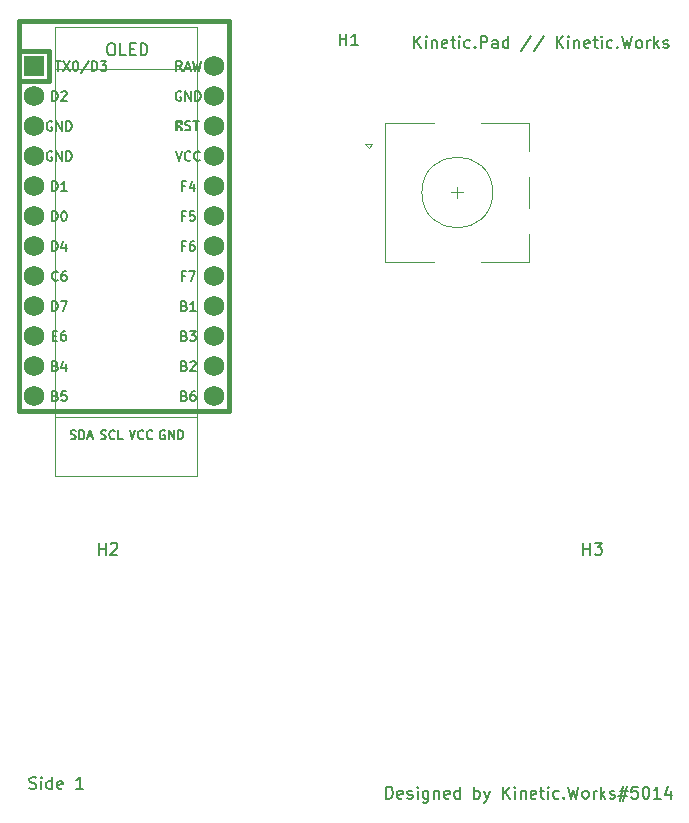
<source format=gbr>
%TF.GenerationSoftware,KiCad,Pcbnew,(6.0.0-rc1-291-g863699f2d1)*%
%TF.CreationDate,2021-12-02T17:31:09-06:00*%
%TF.ProjectId,Kinetic.Pad,4b696e65-7469-4632-9e50-61642e6b6963,rev?*%
%TF.SameCoordinates,Original*%
%TF.FileFunction,Legend,Top*%
%TF.FilePolarity,Positive*%
%FSLAX46Y46*%
G04 Gerber Fmt 4.6, Leading zero omitted, Abs format (unit mm)*
G04 Created by KiCad (PCBNEW (6.0.0-rc1-291-g863699f2d1)) date 2021-12-02 17:31:09*
%MOMM*%
%LPD*%
G01*
G04 APERTURE LIST*
%ADD10C,0.150000*%
%ADD11C,0.120000*%
%ADD12C,0.040000*%
%ADD13C,0.381000*%
%ADD14R,1.752600X1.752600*%
%ADD15C,1.752600*%
G04 APERTURE END LIST*
D10*
X210463095Y-83589761D02*
X210605952Y-83637380D01*
X210844047Y-83637380D01*
X210939285Y-83589761D01*
X210986904Y-83542142D01*
X211034523Y-83446904D01*
X211034523Y-83351666D01*
X210986904Y-83256428D01*
X210939285Y-83208809D01*
X210844047Y-83161190D01*
X210653571Y-83113571D01*
X210558333Y-83065952D01*
X210510714Y-83018333D01*
X210463095Y-82923095D01*
X210463095Y-82827857D01*
X210510714Y-82732619D01*
X210558333Y-82685000D01*
X210653571Y-82637380D01*
X210891666Y-82637380D01*
X211034523Y-82685000D01*
X211463095Y-83637380D02*
X211463095Y-82970714D01*
X211463095Y-82637380D02*
X211415476Y-82685000D01*
X211463095Y-82732619D01*
X211510714Y-82685000D01*
X211463095Y-82637380D01*
X211463095Y-82732619D01*
X212367857Y-83637380D02*
X212367857Y-82637380D01*
X212367857Y-83589761D02*
X212272619Y-83637380D01*
X212082142Y-83637380D01*
X211986904Y-83589761D01*
X211939285Y-83542142D01*
X211891666Y-83446904D01*
X211891666Y-83161190D01*
X211939285Y-83065952D01*
X211986904Y-83018333D01*
X212082142Y-82970714D01*
X212272619Y-82970714D01*
X212367857Y-83018333D01*
X213225000Y-83589761D02*
X213129761Y-83637380D01*
X212939285Y-83637380D01*
X212844047Y-83589761D01*
X212796428Y-83494523D01*
X212796428Y-83113571D01*
X212844047Y-83018333D01*
X212939285Y-82970714D01*
X213129761Y-82970714D01*
X213225000Y-83018333D01*
X213272619Y-83113571D01*
X213272619Y-83208809D01*
X212796428Y-83304047D01*
X214986904Y-83637380D02*
X214415476Y-83637380D01*
X214701190Y-83637380D02*
X214701190Y-82637380D01*
X214605952Y-82780238D01*
X214510714Y-82875476D01*
X214415476Y-82923095D01*
X240658571Y-84462880D02*
X240658571Y-83462880D01*
X240896666Y-83462880D01*
X241039523Y-83510500D01*
X241134761Y-83605738D01*
X241182380Y-83700976D01*
X241230000Y-83891452D01*
X241230000Y-84034309D01*
X241182380Y-84224785D01*
X241134761Y-84320023D01*
X241039523Y-84415261D01*
X240896666Y-84462880D01*
X240658571Y-84462880D01*
X242039523Y-84415261D02*
X241944285Y-84462880D01*
X241753809Y-84462880D01*
X241658571Y-84415261D01*
X241610952Y-84320023D01*
X241610952Y-83939071D01*
X241658571Y-83843833D01*
X241753809Y-83796214D01*
X241944285Y-83796214D01*
X242039523Y-83843833D01*
X242087142Y-83939071D01*
X242087142Y-84034309D01*
X241610952Y-84129547D01*
X242468095Y-84415261D02*
X242563333Y-84462880D01*
X242753809Y-84462880D01*
X242849047Y-84415261D01*
X242896666Y-84320023D01*
X242896666Y-84272404D01*
X242849047Y-84177166D01*
X242753809Y-84129547D01*
X242610952Y-84129547D01*
X242515714Y-84081928D01*
X242468095Y-83986690D01*
X242468095Y-83939071D01*
X242515714Y-83843833D01*
X242610952Y-83796214D01*
X242753809Y-83796214D01*
X242849047Y-83843833D01*
X243325238Y-84462880D02*
X243325238Y-83796214D01*
X243325238Y-83462880D02*
X243277619Y-83510500D01*
X243325238Y-83558119D01*
X243372857Y-83510500D01*
X243325238Y-83462880D01*
X243325238Y-83558119D01*
X244230000Y-83796214D02*
X244230000Y-84605738D01*
X244182380Y-84700976D01*
X244134761Y-84748595D01*
X244039523Y-84796214D01*
X243896666Y-84796214D01*
X243801428Y-84748595D01*
X244230000Y-84415261D02*
X244134761Y-84462880D01*
X243944285Y-84462880D01*
X243849047Y-84415261D01*
X243801428Y-84367642D01*
X243753809Y-84272404D01*
X243753809Y-83986690D01*
X243801428Y-83891452D01*
X243849047Y-83843833D01*
X243944285Y-83796214D01*
X244134761Y-83796214D01*
X244230000Y-83843833D01*
X244706190Y-83796214D02*
X244706190Y-84462880D01*
X244706190Y-83891452D02*
X244753809Y-83843833D01*
X244849047Y-83796214D01*
X244991904Y-83796214D01*
X245087142Y-83843833D01*
X245134761Y-83939071D01*
X245134761Y-84462880D01*
X245991904Y-84415261D02*
X245896666Y-84462880D01*
X245706190Y-84462880D01*
X245610952Y-84415261D01*
X245563333Y-84320023D01*
X245563333Y-83939071D01*
X245610952Y-83843833D01*
X245706190Y-83796214D01*
X245896666Y-83796214D01*
X245991904Y-83843833D01*
X246039523Y-83939071D01*
X246039523Y-84034309D01*
X245563333Y-84129547D01*
X246896666Y-84462880D02*
X246896666Y-83462880D01*
X246896666Y-84415261D02*
X246801428Y-84462880D01*
X246610952Y-84462880D01*
X246515714Y-84415261D01*
X246468095Y-84367642D01*
X246420476Y-84272404D01*
X246420476Y-83986690D01*
X246468095Y-83891452D01*
X246515714Y-83843833D01*
X246610952Y-83796214D01*
X246801428Y-83796214D01*
X246896666Y-83843833D01*
X248134761Y-84462880D02*
X248134761Y-83462880D01*
X248134761Y-83843833D02*
X248230000Y-83796214D01*
X248420476Y-83796214D01*
X248515714Y-83843833D01*
X248563333Y-83891452D01*
X248610952Y-83986690D01*
X248610952Y-84272404D01*
X248563333Y-84367642D01*
X248515714Y-84415261D01*
X248420476Y-84462880D01*
X248230000Y-84462880D01*
X248134761Y-84415261D01*
X248944285Y-83796214D02*
X249182380Y-84462880D01*
X249420476Y-83796214D02*
X249182380Y-84462880D01*
X249087142Y-84700976D01*
X249039523Y-84748595D01*
X248944285Y-84796214D01*
X250563333Y-84462880D02*
X250563333Y-83462880D01*
X251134761Y-84462880D02*
X250706190Y-83891452D01*
X251134761Y-83462880D02*
X250563333Y-84034309D01*
X251563333Y-84462880D02*
X251563333Y-83796214D01*
X251563333Y-83462880D02*
X251515714Y-83510500D01*
X251563333Y-83558119D01*
X251610952Y-83510500D01*
X251563333Y-83462880D01*
X251563333Y-83558119D01*
X252039523Y-83796214D02*
X252039523Y-84462880D01*
X252039523Y-83891452D02*
X252087142Y-83843833D01*
X252182380Y-83796214D01*
X252325238Y-83796214D01*
X252420476Y-83843833D01*
X252468095Y-83939071D01*
X252468095Y-84462880D01*
X253325238Y-84415261D02*
X253230000Y-84462880D01*
X253039523Y-84462880D01*
X252944285Y-84415261D01*
X252896666Y-84320023D01*
X252896666Y-83939071D01*
X252944285Y-83843833D01*
X253039523Y-83796214D01*
X253230000Y-83796214D01*
X253325238Y-83843833D01*
X253372857Y-83939071D01*
X253372857Y-84034309D01*
X252896666Y-84129547D01*
X253658571Y-83796214D02*
X254039523Y-83796214D01*
X253801428Y-83462880D02*
X253801428Y-84320023D01*
X253849047Y-84415261D01*
X253944285Y-84462880D01*
X254039523Y-84462880D01*
X254372857Y-84462880D02*
X254372857Y-83796214D01*
X254372857Y-83462880D02*
X254325238Y-83510500D01*
X254372857Y-83558119D01*
X254420476Y-83510500D01*
X254372857Y-83462880D01*
X254372857Y-83558119D01*
X255277619Y-84415261D02*
X255182380Y-84462880D01*
X254991904Y-84462880D01*
X254896666Y-84415261D01*
X254849047Y-84367642D01*
X254801428Y-84272404D01*
X254801428Y-83986690D01*
X254849047Y-83891452D01*
X254896666Y-83843833D01*
X254991904Y-83796214D01*
X255182380Y-83796214D01*
X255277619Y-83843833D01*
X255706190Y-84367642D02*
X255753809Y-84415261D01*
X255706190Y-84462880D01*
X255658571Y-84415261D01*
X255706190Y-84367642D01*
X255706190Y-84462880D01*
X256087142Y-83462880D02*
X256325238Y-84462880D01*
X256515714Y-83748595D01*
X256706190Y-84462880D01*
X256944285Y-83462880D01*
X257468095Y-84462880D02*
X257372857Y-84415261D01*
X257325238Y-84367642D01*
X257277619Y-84272404D01*
X257277619Y-83986690D01*
X257325238Y-83891452D01*
X257372857Y-83843833D01*
X257468095Y-83796214D01*
X257610952Y-83796214D01*
X257706190Y-83843833D01*
X257753809Y-83891452D01*
X257801428Y-83986690D01*
X257801428Y-84272404D01*
X257753809Y-84367642D01*
X257706190Y-84415261D01*
X257610952Y-84462880D01*
X257468095Y-84462880D01*
X258230000Y-84462880D02*
X258230000Y-83796214D01*
X258230000Y-83986690D02*
X258277619Y-83891452D01*
X258325238Y-83843833D01*
X258420476Y-83796214D01*
X258515714Y-83796214D01*
X258849047Y-84462880D02*
X258849047Y-83462880D01*
X258944285Y-84081928D02*
X259230000Y-84462880D01*
X259230000Y-83796214D02*
X258849047Y-84177166D01*
X259610952Y-84415261D02*
X259706190Y-84462880D01*
X259896666Y-84462880D01*
X259991904Y-84415261D01*
X260039523Y-84320023D01*
X260039523Y-84272404D01*
X259991904Y-84177166D01*
X259896666Y-84129547D01*
X259753809Y-84129547D01*
X259658571Y-84081928D01*
X259610952Y-83986690D01*
X259610952Y-83939071D01*
X259658571Y-83843833D01*
X259753809Y-83796214D01*
X259896666Y-83796214D01*
X259991904Y-83843833D01*
X260420476Y-83796214D02*
X261134761Y-83796214D01*
X260706190Y-83367642D02*
X260420476Y-84653357D01*
X261039523Y-84224785D02*
X260325238Y-84224785D01*
X260753809Y-84653357D02*
X261039523Y-83367642D01*
X261944285Y-83462880D02*
X261468095Y-83462880D01*
X261420476Y-83939071D01*
X261468095Y-83891452D01*
X261563333Y-83843833D01*
X261801428Y-83843833D01*
X261896666Y-83891452D01*
X261944285Y-83939071D01*
X261991904Y-84034309D01*
X261991904Y-84272404D01*
X261944285Y-84367642D01*
X261896666Y-84415261D01*
X261801428Y-84462880D01*
X261563333Y-84462880D01*
X261468095Y-84415261D01*
X261420476Y-84367642D01*
X262610952Y-83462880D02*
X262706190Y-83462880D01*
X262801428Y-83510500D01*
X262849047Y-83558119D01*
X262896666Y-83653357D01*
X262944285Y-83843833D01*
X262944285Y-84081928D01*
X262896666Y-84272404D01*
X262849047Y-84367642D01*
X262801428Y-84415261D01*
X262706190Y-84462880D01*
X262610952Y-84462880D01*
X262515714Y-84415261D01*
X262468095Y-84367642D01*
X262420476Y-84272404D01*
X262372857Y-84081928D01*
X262372857Y-83843833D01*
X262420476Y-83653357D01*
X262468095Y-83558119D01*
X262515714Y-83510500D01*
X262610952Y-83462880D01*
X263896666Y-84462880D02*
X263325238Y-84462880D01*
X263610952Y-84462880D02*
X263610952Y-83462880D01*
X263515714Y-83605738D01*
X263420476Y-83700976D01*
X263325238Y-83748595D01*
X264753809Y-83796214D02*
X264753809Y-84462880D01*
X264515714Y-83415261D02*
X264277619Y-84129547D01*
X264896666Y-84129547D01*
X243046714Y-20919880D02*
X243046714Y-19919880D01*
X243618142Y-20919880D02*
X243189571Y-20348452D01*
X243618142Y-19919880D02*
X243046714Y-20491309D01*
X244046714Y-20919880D02*
X244046714Y-20253214D01*
X244046714Y-19919880D02*
X243999095Y-19967500D01*
X244046714Y-20015119D01*
X244094333Y-19967500D01*
X244046714Y-19919880D01*
X244046714Y-20015119D01*
X244522904Y-20253214D02*
X244522904Y-20919880D01*
X244522904Y-20348452D02*
X244570523Y-20300833D01*
X244665761Y-20253214D01*
X244808619Y-20253214D01*
X244903857Y-20300833D01*
X244951476Y-20396071D01*
X244951476Y-20919880D01*
X245808619Y-20872261D02*
X245713380Y-20919880D01*
X245522904Y-20919880D01*
X245427666Y-20872261D01*
X245380047Y-20777023D01*
X245380047Y-20396071D01*
X245427666Y-20300833D01*
X245522904Y-20253214D01*
X245713380Y-20253214D01*
X245808619Y-20300833D01*
X245856238Y-20396071D01*
X245856238Y-20491309D01*
X245380047Y-20586547D01*
X246141952Y-20253214D02*
X246522904Y-20253214D01*
X246284809Y-19919880D02*
X246284809Y-20777023D01*
X246332428Y-20872261D01*
X246427666Y-20919880D01*
X246522904Y-20919880D01*
X246856238Y-20919880D02*
X246856238Y-20253214D01*
X246856238Y-19919880D02*
X246808619Y-19967500D01*
X246856238Y-20015119D01*
X246903857Y-19967500D01*
X246856238Y-19919880D01*
X246856238Y-20015119D01*
X247761000Y-20872261D02*
X247665761Y-20919880D01*
X247475285Y-20919880D01*
X247380047Y-20872261D01*
X247332428Y-20824642D01*
X247284809Y-20729404D01*
X247284809Y-20443690D01*
X247332428Y-20348452D01*
X247380047Y-20300833D01*
X247475285Y-20253214D01*
X247665761Y-20253214D01*
X247761000Y-20300833D01*
X248189571Y-20824642D02*
X248237190Y-20872261D01*
X248189571Y-20919880D01*
X248141952Y-20872261D01*
X248189571Y-20824642D01*
X248189571Y-20919880D01*
X248665761Y-20919880D02*
X248665761Y-19919880D01*
X249046714Y-19919880D01*
X249141952Y-19967500D01*
X249189571Y-20015119D01*
X249237190Y-20110357D01*
X249237190Y-20253214D01*
X249189571Y-20348452D01*
X249141952Y-20396071D01*
X249046714Y-20443690D01*
X248665761Y-20443690D01*
X250094333Y-20919880D02*
X250094333Y-20396071D01*
X250046714Y-20300833D01*
X249951476Y-20253214D01*
X249761000Y-20253214D01*
X249665761Y-20300833D01*
X250094333Y-20872261D02*
X249999095Y-20919880D01*
X249761000Y-20919880D01*
X249665761Y-20872261D01*
X249618142Y-20777023D01*
X249618142Y-20681785D01*
X249665761Y-20586547D01*
X249761000Y-20538928D01*
X249999095Y-20538928D01*
X250094333Y-20491309D01*
X250999095Y-20919880D02*
X250999095Y-19919880D01*
X250999095Y-20872261D02*
X250903857Y-20919880D01*
X250713380Y-20919880D01*
X250618142Y-20872261D01*
X250570523Y-20824642D01*
X250522904Y-20729404D01*
X250522904Y-20443690D01*
X250570523Y-20348452D01*
X250618142Y-20300833D01*
X250713380Y-20253214D01*
X250903857Y-20253214D01*
X250999095Y-20300833D01*
X252951476Y-19872261D02*
X252094333Y-21157976D01*
X253999095Y-19872261D02*
X253141952Y-21157976D01*
X255094333Y-20919880D02*
X255094333Y-19919880D01*
X255665761Y-20919880D02*
X255237190Y-20348452D01*
X255665761Y-19919880D02*
X255094333Y-20491309D01*
X256094333Y-20919880D02*
X256094333Y-20253214D01*
X256094333Y-19919880D02*
X256046714Y-19967500D01*
X256094333Y-20015119D01*
X256141952Y-19967500D01*
X256094333Y-19919880D01*
X256094333Y-20015119D01*
X256570523Y-20253214D02*
X256570523Y-20919880D01*
X256570523Y-20348452D02*
X256618142Y-20300833D01*
X256713380Y-20253214D01*
X256856238Y-20253214D01*
X256951476Y-20300833D01*
X256999095Y-20396071D01*
X256999095Y-20919880D01*
X257856238Y-20872261D02*
X257761000Y-20919880D01*
X257570523Y-20919880D01*
X257475285Y-20872261D01*
X257427666Y-20777023D01*
X257427666Y-20396071D01*
X257475285Y-20300833D01*
X257570523Y-20253214D01*
X257761000Y-20253214D01*
X257856238Y-20300833D01*
X257903857Y-20396071D01*
X257903857Y-20491309D01*
X257427666Y-20586547D01*
X258189571Y-20253214D02*
X258570523Y-20253214D01*
X258332428Y-19919880D02*
X258332428Y-20777023D01*
X258380047Y-20872261D01*
X258475285Y-20919880D01*
X258570523Y-20919880D01*
X258903857Y-20919880D02*
X258903857Y-20253214D01*
X258903857Y-19919880D02*
X258856238Y-19967500D01*
X258903857Y-20015119D01*
X258951476Y-19967500D01*
X258903857Y-19919880D01*
X258903857Y-20015119D01*
X259808619Y-20872261D02*
X259713380Y-20919880D01*
X259522904Y-20919880D01*
X259427666Y-20872261D01*
X259380047Y-20824642D01*
X259332428Y-20729404D01*
X259332428Y-20443690D01*
X259380047Y-20348452D01*
X259427666Y-20300833D01*
X259522904Y-20253214D01*
X259713380Y-20253214D01*
X259808619Y-20300833D01*
X260237190Y-20824642D02*
X260284809Y-20872261D01*
X260237190Y-20919880D01*
X260189571Y-20872261D01*
X260237190Y-20824642D01*
X260237190Y-20919880D01*
X260618142Y-19919880D02*
X260856238Y-20919880D01*
X261046714Y-20205595D01*
X261237190Y-20919880D01*
X261475285Y-19919880D01*
X261999095Y-20919880D02*
X261903857Y-20872261D01*
X261856238Y-20824642D01*
X261808619Y-20729404D01*
X261808619Y-20443690D01*
X261856238Y-20348452D01*
X261903857Y-20300833D01*
X261999095Y-20253214D01*
X262141952Y-20253214D01*
X262237190Y-20300833D01*
X262284809Y-20348452D01*
X262332428Y-20443690D01*
X262332428Y-20729404D01*
X262284809Y-20824642D01*
X262237190Y-20872261D01*
X262141952Y-20919880D01*
X261999095Y-20919880D01*
X262761000Y-20919880D02*
X262761000Y-20253214D01*
X262761000Y-20443690D02*
X262808619Y-20348452D01*
X262856238Y-20300833D01*
X262951476Y-20253214D01*
X263046714Y-20253214D01*
X263380047Y-20919880D02*
X263380047Y-19919880D01*
X263475285Y-20538928D02*
X263761000Y-20919880D01*
X263761000Y-20253214D02*
X263380047Y-20634166D01*
X264141952Y-20872261D02*
X264237190Y-20919880D01*
X264427666Y-20919880D01*
X264522904Y-20872261D01*
X264570523Y-20777023D01*
X264570523Y-20729404D01*
X264522904Y-20634166D01*
X264427666Y-20586547D01*
X264284809Y-20586547D01*
X264189571Y-20538928D01*
X264141952Y-20443690D01*
X264141952Y-20396071D01*
X264189571Y-20300833D01*
X264284809Y-20253214D01*
X264427666Y-20253214D01*
X264522904Y-20300833D01*
%TO.C,OLED*%
X217300619Y-20529380D02*
X217491095Y-20529380D01*
X217586333Y-20577000D01*
X217681571Y-20672238D01*
X217729190Y-20862714D01*
X217729190Y-21196047D01*
X217681571Y-21386523D01*
X217586333Y-21481761D01*
X217491095Y-21529380D01*
X217300619Y-21529380D01*
X217205380Y-21481761D01*
X217110142Y-21386523D01*
X217062523Y-21196047D01*
X217062523Y-20862714D01*
X217110142Y-20672238D01*
X217205380Y-20577000D01*
X217300619Y-20529380D01*
X218633952Y-21529380D02*
X218157761Y-21529380D01*
X218157761Y-20529380D01*
X218967285Y-21005571D02*
X219300619Y-21005571D01*
X219443476Y-21529380D02*
X218967285Y-21529380D01*
X218967285Y-20529380D01*
X219443476Y-20529380D01*
X219872047Y-21529380D02*
X219872047Y-20529380D01*
X220110142Y-20529380D01*
X220253000Y-20577000D01*
X220348238Y-20672238D01*
X220395857Y-20767476D01*
X220443476Y-20957952D01*
X220443476Y-21100809D01*
X220395857Y-21291285D01*
X220348238Y-21386523D01*
X220253000Y-21481761D01*
X220110142Y-21529380D01*
X219872047Y-21529380D01*
X218933000Y-53266285D02*
X219183000Y-54016285D01*
X219433000Y-53266285D01*
X220111571Y-53944857D02*
X220075857Y-53980571D01*
X219968714Y-54016285D01*
X219897285Y-54016285D01*
X219790142Y-53980571D01*
X219718714Y-53909142D01*
X219683000Y-53837714D01*
X219647285Y-53694857D01*
X219647285Y-53587714D01*
X219683000Y-53444857D01*
X219718714Y-53373428D01*
X219790142Y-53302000D01*
X219897285Y-53266285D01*
X219968714Y-53266285D01*
X220075857Y-53302000D01*
X220111571Y-53337714D01*
X220861571Y-53944857D02*
X220825857Y-53980571D01*
X220718714Y-54016285D01*
X220647285Y-54016285D01*
X220540142Y-53980571D01*
X220468714Y-53909142D01*
X220433000Y-53837714D01*
X220397285Y-53694857D01*
X220397285Y-53587714D01*
X220433000Y-53444857D01*
X220468714Y-53373428D01*
X220540142Y-53302000D01*
X220647285Y-53266285D01*
X220718714Y-53266285D01*
X220825857Y-53302000D01*
X220861571Y-53337714D01*
X216500142Y-53980571D02*
X216607285Y-54016285D01*
X216785857Y-54016285D01*
X216857285Y-53980571D01*
X216893000Y-53944857D01*
X216928714Y-53873428D01*
X216928714Y-53802000D01*
X216893000Y-53730571D01*
X216857285Y-53694857D01*
X216785857Y-53659142D01*
X216643000Y-53623428D01*
X216571571Y-53587714D01*
X216535857Y-53552000D01*
X216500142Y-53480571D01*
X216500142Y-53409142D01*
X216535857Y-53337714D01*
X216571571Y-53302000D01*
X216643000Y-53266285D01*
X216821571Y-53266285D01*
X216928714Y-53302000D01*
X217678714Y-53944857D02*
X217643000Y-53980571D01*
X217535857Y-54016285D01*
X217464428Y-54016285D01*
X217357285Y-53980571D01*
X217285857Y-53909142D01*
X217250142Y-53837714D01*
X217214428Y-53694857D01*
X217214428Y-53587714D01*
X217250142Y-53444857D01*
X217285857Y-53373428D01*
X217357285Y-53302000D01*
X217464428Y-53266285D01*
X217535857Y-53266285D01*
X217643000Y-53302000D01*
X217678714Y-53337714D01*
X218357285Y-54016285D02*
X218000142Y-54016285D01*
X218000142Y-53266285D01*
X221901571Y-53302000D02*
X221830142Y-53266285D01*
X221723000Y-53266285D01*
X221615857Y-53302000D01*
X221544428Y-53373428D01*
X221508714Y-53444857D01*
X221473000Y-53587714D01*
X221473000Y-53694857D01*
X221508714Y-53837714D01*
X221544428Y-53909142D01*
X221615857Y-53980571D01*
X221723000Y-54016285D01*
X221794428Y-54016285D01*
X221901571Y-53980571D01*
X221937285Y-53944857D01*
X221937285Y-53694857D01*
X221794428Y-53694857D01*
X222258714Y-54016285D02*
X222258714Y-53266285D01*
X222687285Y-54016285D01*
X222687285Y-53266285D01*
X223044428Y-54016285D02*
X223044428Y-53266285D01*
X223223000Y-53266285D01*
X223330142Y-53302000D01*
X223401571Y-53373428D01*
X223437285Y-53444857D01*
X223473000Y-53587714D01*
X223473000Y-53694857D01*
X223437285Y-53837714D01*
X223401571Y-53909142D01*
X223330142Y-53980571D01*
X223223000Y-54016285D01*
X223044428Y-54016285D01*
X213942285Y-53980571D02*
X214049428Y-54016285D01*
X214228000Y-54016285D01*
X214299428Y-53980571D01*
X214335142Y-53944857D01*
X214370857Y-53873428D01*
X214370857Y-53802000D01*
X214335142Y-53730571D01*
X214299428Y-53694857D01*
X214228000Y-53659142D01*
X214085142Y-53623428D01*
X214013714Y-53587714D01*
X213978000Y-53552000D01*
X213942285Y-53480571D01*
X213942285Y-53409142D01*
X213978000Y-53337714D01*
X214013714Y-53302000D01*
X214085142Y-53266285D01*
X214263714Y-53266285D01*
X214370857Y-53302000D01*
X214692285Y-54016285D02*
X214692285Y-53266285D01*
X214870857Y-53266285D01*
X214978000Y-53302000D01*
X215049428Y-53373428D01*
X215085142Y-53444857D01*
X215120857Y-53587714D01*
X215120857Y-53694857D01*
X215085142Y-53837714D01*
X215049428Y-53909142D01*
X214978000Y-53980571D01*
X214870857Y-54016285D01*
X214692285Y-54016285D01*
X215406571Y-53802000D02*
X215763714Y-53802000D01*
X215335142Y-54016285D02*
X215585142Y-53266285D01*
X215835142Y-54016285D01*
%TO.C,U1*%
X223577190Y-50361857D02*
X223691476Y-50399952D01*
X223729571Y-50438047D01*
X223767666Y-50514238D01*
X223767666Y-50628523D01*
X223729571Y-50704714D01*
X223691476Y-50742809D01*
X223615285Y-50780904D01*
X223310523Y-50780904D01*
X223310523Y-49980904D01*
X223577190Y-49980904D01*
X223653380Y-50019000D01*
X223691476Y-50057095D01*
X223729571Y-50133285D01*
X223729571Y-50209476D01*
X223691476Y-50285666D01*
X223653380Y-50323761D01*
X223577190Y-50361857D01*
X223310523Y-50361857D01*
X224453380Y-49980904D02*
X224301000Y-49980904D01*
X224224809Y-50019000D01*
X224186714Y-50057095D01*
X224110523Y-50171380D01*
X224072428Y-50323761D01*
X224072428Y-50628523D01*
X224110523Y-50704714D01*
X224148619Y-50742809D01*
X224224809Y-50780904D01*
X224377190Y-50780904D01*
X224453380Y-50742809D01*
X224491476Y-50704714D01*
X224529571Y-50628523D01*
X224529571Y-50438047D01*
X224491476Y-50361857D01*
X224453380Y-50323761D01*
X224377190Y-50285666D01*
X224224809Y-50285666D01*
X224148619Y-50323761D01*
X224110523Y-50361857D01*
X224072428Y-50438047D01*
X212426619Y-45281857D02*
X212693285Y-45281857D01*
X212807571Y-45700904D02*
X212426619Y-45700904D01*
X212426619Y-44900904D01*
X212807571Y-44900904D01*
X213493285Y-44900904D02*
X213340904Y-44900904D01*
X213264714Y-44939000D01*
X213226619Y-44977095D01*
X213150428Y-45091380D01*
X213112333Y-45243761D01*
X213112333Y-45548523D01*
X213150428Y-45624714D01*
X213188523Y-45662809D01*
X213264714Y-45700904D01*
X213417095Y-45700904D01*
X213493285Y-45662809D01*
X213531380Y-45624714D01*
X213569476Y-45548523D01*
X213569476Y-45358047D01*
X213531380Y-45281857D01*
X213493285Y-45243761D01*
X213417095Y-45205666D01*
X213264714Y-45205666D01*
X213188523Y-45243761D01*
X213150428Y-45281857D01*
X213112333Y-45358047D01*
X212388523Y-25380904D02*
X212388523Y-24580904D01*
X212579000Y-24580904D01*
X212693285Y-24619000D01*
X212769476Y-24695190D01*
X212807571Y-24771380D01*
X212845666Y-24923761D01*
X212845666Y-25038047D01*
X212807571Y-25190428D01*
X212769476Y-25266619D01*
X212693285Y-25342809D01*
X212579000Y-25380904D01*
X212388523Y-25380904D01*
X213150428Y-24657095D02*
X213188523Y-24619000D01*
X213264714Y-24580904D01*
X213455190Y-24580904D01*
X213531380Y-24619000D01*
X213569476Y-24657095D01*
X213607571Y-24733285D01*
X213607571Y-24809476D01*
X213569476Y-24923761D01*
X213112333Y-25380904D01*
X213607571Y-25380904D01*
X212845666Y-40544714D02*
X212807571Y-40582809D01*
X212693285Y-40620904D01*
X212617095Y-40620904D01*
X212502809Y-40582809D01*
X212426619Y-40506619D01*
X212388523Y-40430428D01*
X212350428Y-40278047D01*
X212350428Y-40163761D01*
X212388523Y-40011380D01*
X212426619Y-39935190D01*
X212502809Y-39859000D01*
X212617095Y-39820904D01*
X212693285Y-39820904D01*
X212807571Y-39859000D01*
X212845666Y-39897095D01*
X213531380Y-39820904D02*
X213379000Y-39820904D01*
X213302809Y-39859000D01*
X213264714Y-39897095D01*
X213188523Y-40011380D01*
X213150428Y-40163761D01*
X213150428Y-40468523D01*
X213188523Y-40544714D01*
X213226619Y-40582809D01*
X213302809Y-40620904D01*
X213455190Y-40620904D01*
X213531380Y-40582809D01*
X213569476Y-40544714D01*
X213607571Y-40468523D01*
X213607571Y-40278047D01*
X213569476Y-40201857D01*
X213531380Y-40163761D01*
X213455190Y-40125666D01*
X213302809Y-40125666D01*
X213226619Y-40163761D01*
X213188523Y-40201857D01*
X213150428Y-40278047D01*
X212388523Y-35540904D02*
X212388523Y-34740904D01*
X212579000Y-34740904D01*
X212693285Y-34779000D01*
X212769476Y-34855190D01*
X212807571Y-34931380D01*
X212845666Y-35083761D01*
X212845666Y-35198047D01*
X212807571Y-35350428D01*
X212769476Y-35426619D01*
X212693285Y-35502809D01*
X212579000Y-35540904D01*
X212388523Y-35540904D01*
X213340904Y-34740904D02*
X213417095Y-34740904D01*
X213493285Y-34779000D01*
X213531380Y-34817095D01*
X213569476Y-34893285D01*
X213607571Y-35045666D01*
X213607571Y-35236142D01*
X213569476Y-35388523D01*
X213531380Y-35464714D01*
X213493285Y-35502809D01*
X213417095Y-35540904D01*
X213340904Y-35540904D01*
X213264714Y-35502809D01*
X213226619Y-35464714D01*
X213188523Y-35388523D01*
X213150428Y-35236142D01*
X213150428Y-35045666D01*
X213188523Y-34893285D01*
X213226619Y-34817095D01*
X213264714Y-34779000D01*
X213340904Y-34740904D01*
X212388523Y-38080904D02*
X212388523Y-37280904D01*
X212579000Y-37280904D01*
X212693285Y-37319000D01*
X212769476Y-37395190D01*
X212807571Y-37471380D01*
X212845666Y-37623761D01*
X212845666Y-37738047D01*
X212807571Y-37890428D01*
X212769476Y-37966619D01*
X212693285Y-38042809D01*
X212579000Y-38080904D01*
X212388523Y-38080904D01*
X213531380Y-37547571D02*
X213531380Y-38080904D01*
X213340904Y-37242809D02*
X213150428Y-37814238D01*
X213645666Y-37814238D01*
X223634333Y-37661857D02*
X223367666Y-37661857D01*
X223367666Y-38080904D02*
X223367666Y-37280904D01*
X223748619Y-37280904D01*
X224396238Y-37280904D02*
X224243857Y-37280904D01*
X224167666Y-37319000D01*
X224129571Y-37357095D01*
X224053380Y-37471380D01*
X224015285Y-37623761D01*
X224015285Y-37928523D01*
X224053380Y-38004714D01*
X224091476Y-38042809D01*
X224167666Y-38080904D01*
X224320047Y-38080904D01*
X224396238Y-38042809D01*
X224434333Y-38004714D01*
X224472428Y-37928523D01*
X224472428Y-37738047D01*
X224434333Y-37661857D01*
X224396238Y-37623761D01*
X224320047Y-37585666D01*
X224167666Y-37585666D01*
X224091476Y-37623761D01*
X224053380Y-37661857D01*
X224015285Y-37738047D01*
X223577190Y-45281857D02*
X223691476Y-45319952D01*
X223729571Y-45358047D01*
X223767666Y-45434238D01*
X223767666Y-45548523D01*
X223729571Y-45624714D01*
X223691476Y-45662809D01*
X223615285Y-45700904D01*
X223310523Y-45700904D01*
X223310523Y-44900904D01*
X223577190Y-44900904D01*
X223653380Y-44939000D01*
X223691476Y-44977095D01*
X223729571Y-45053285D01*
X223729571Y-45129476D01*
X223691476Y-45205666D01*
X223653380Y-45243761D01*
X223577190Y-45281857D01*
X223310523Y-45281857D01*
X224034333Y-44900904D02*
X224529571Y-44900904D01*
X224262904Y-45205666D01*
X224377190Y-45205666D01*
X224453380Y-45243761D01*
X224491476Y-45281857D01*
X224529571Y-45358047D01*
X224529571Y-45548523D01*
X224491476Y-45624714D01*
X224453380Y-45662809D01*
X224377190Y-45700904D01*
X224148619Y-45700904D01*
X224072428Y-45662809D01*
X224034333Y-45624714D01*
X223634333Y-32581857D02*
X223367666Y-32581857D01*
X223367666Y-33000904D02*
X223367666Y-32200904D01*
X223748619Y-32200904D01*
X224396238Y-32467571D02*
X224396238Y-33000904D01*
X224205761Y-32162809D02*
X224015285Y-32734238D01*
X224510523Y-32734238D01*
X223634333Y-40201857D02*
X223367666Y-40201857D01*
X223367666Y-40620904D02*
X223367666Y-39820904D01*
X223748619Y-39820904D01*
X223977190Y-39820904D02*
X224510523Y-39820904D01*
X224167666Y-40620904D01*
X212655190Y-47821857D02*
X212769476Y-47859952D01*
X212807571Y-47898047D01*
X212845666Y-47974238D01*
X212845666Y-48088523D01*
X212807571Y-48164714D01*
X212769476Y-48202809D01*
X212693285Y-48240904D01*
X212388523Y-48240904D01*
X212388523Y-47440904D01*
X212655190Y-47440904D01*
X212731380Y-47479000D01*
X212769476Y-47517095D01*
X212807571Y-47593285D01*
X212807571Y-47669476D01*
X212769476Y-47745666D01*
X212731380Y-47783761D01*
X212655190Y-47821857D01*
X212388523Y-47821857D01*
X213531380Y-47707571D02*
X213531380Y-48240904D01*
X213340904Y-47402809D02*
X213150428Y-47974238D01*
X213645666Y-47974238D01*
X223291476Y-24619000D02*
X223215285Y-24580904D01*
X223101000Y-24580904D01*
X222986714Y-24619000D01*
X222910523Y-24695190D01*
X222872428Y-24771380D01*
X222834333Y-24923761D01*
X222834333Y-25038047D01*
X222872428Y-25190428D01*
X222910523Y-25266619D01*
X222986714Y-25342809D01*
X223101000Y-25380904D01*
X223177190Y-25380904D01*
X223291476Y-25342809D01*
X223329571Y-25304714D01*
X223329571Y-25038047D01*
X223177190Y-25038047D01*
X223672428Y-25380904D02*
X223672428Y-24580904D01*
X224129571Y-25380904D01*
X224129571Y-24580904D01*
X224510523Y-25380904D02*
X224510523Y-24580904D01*
X224701000Y-24580904D01*
X224815285Y-24619000D01*
X224891476Y-24695190D01*
X224929571Y-24771380D01*
X224967666Y-24923761D01*
X224967666Y-25038047D01*
X224929571Y-25190428D01*
X224891476Y-25266619D01*
X224815285Y-25342809D01*
X224701000Y-25380904D01*
X224510523Y-25380904D01*
X223639786Y-27852809D02*
X223754072Y-27890904D01*
X223944548Y-27890904D01*
X224020739Y-27852809D01*
X224058834Y-27814714D01*
X224096929Y-27738523D01*
X224096929Y-27662333D01*
X224058834Y-27586142D01*
X224020739Y-27548047D01*
X223944548Y-27509952D01*
X223792167Y-27471857D01*
X223715977Y-27433761D01*
X223677881Y-27395666D01*
X223639786Y-27319476D01*
X223639786Y-27243285D01*
X223677881Y-27167095D01*
X223715977Y-27129000D01*
X223792167Y-27090904D01*
X223982643Y-27090904D01*
X224096929Y-27129000D01*
X224325500Y-27090904D02*
X224782643Y-27090904D01*
X224554072Y-27890904D02*
X224554072Y-27090904D01*
X223348619Y-22840904D02*
X223081952Y-22459952D01*
X222891476Y-22840904D02*
X222891476Y-22040904D01*
X223196238Y-22040904D01*
X223272428Y-22079000D01*
X223310523Y-22117095D01*
X223348619Y-22193285D01*
X223348619Y-22307571D01*
X223310523Y-22383761D01*
X223272428Y-22421857D01*
X223196238Y-22459952D01*
X222891476Y-22459952D01*
X223653380Y-22612333D02*
X224034333Y-22612333D01*
X223577190Y-22840904D02*
X223843857Y-22040904D01*
X224110523Y-22840904D01*
X224301000Y-22040904D02*
X224491476Y-22840904D01*
X224643857Y-22269476D01*
X224796238Y-22840904D01*
X224986714Y-22040904D01*
X212677651Y-22040904D02*
X213134794Y-22040904D01*
X212906223Y-22840904D02*
X212906223Y-22040904D01*
X213325270Y-22040904D02*
X213858604Y-22840904D01*
X213858604Y-22040904D02*
X213325270Y-22840904D01*
X214315747Y-22040904D02*
X214391937Y-22040904D01*
X214468128Y-22079000D01*
X214506223Y-22117095D01*
X214544318Y-22193285D01*
X214582413Y-22345666D01*
X214582413Y-22536142D01*
X214544318Y-22688523D01*
X214506223Y-22764714D01*
X214468128Y-22802809D01*
X214391937Y-22840904D01*
X214315747Y-22840904D01*
X214239556Y-22802809D01*
X214201461Y-22764714D01*
X214163366Y-22688523D01*
X214125270Y-22536142D01*
X214125270Y-22345666D01*
X214163366Y-22193285D01*
X214201461Y-22117095D01*
X214239556Y-22079000D01*
X214315747Y-22040904D01*
X215496699Y-22002809D02*
X214810985Y-23031380D01*
X215763366Y-22840904D02*
X215763366Y-22040904D01*
X215953842Y-22040904D01*
X216068128Y-22079000D01*
X216144318Y-22155190D01*
X216182413Y-22231380D01*
X216220508Y-22383761D01*
X216220508Y-22498047D01*
X216182413Y-22650428D01*
X216144318Y-22726619D01*
X216068128Y-22802809D01*
X215953842Y-22840904D01*
X215763366Y-22840904D01*
X216487175Y-22040904D02*
X216982413Y-22040904D01*
X216715747Y-22345666D01*
X216830032Y-22345666D01*
X216906223Y-22383761D01*
X216944318Y-22421857D01*
X216982413Y-22498047D01*
X216982413Y-22688523D01*
X216944318Y-22764714D01*
X216906223Y-22802809D01*
X216830032Y-22840904D01*
X216601461Y-22840904D01*
X216525270Y-22802809D01*
X216487175Y-22764714D01*
X223577190Y-47821857D02*
X223691476Y-47859952D01*
X223729571Y-47898047D01*
X223767666Y-47974238D01*
X223767666Y-48088523D01*
X223729571Y-48164714D01*
X223691476Y-48202809D01*
X223615285Y-48240904D01*
X223310523Y-48240904D01*
X223310523Y-47440904D01*
X223577190Y-47440904D01*
X223653380Y-47479000D01*
X223691476Y-47517095D01*
X223729571Y-47593285D01*
X223729571Y-47669476D01*
X223691476Y-47745666D01*
X223653380Y-47783761D01*
X223577190Y-47821857D01*
X223310523Y-47821857D01*
X224072428Y-47517095D02*
X224110523Y-47479000D01*
X224186714Y-47440904D01*
X224377190Y-47440904D01*
X224453380Y-47479000D01*
X224491476Y-47517095D01*
X224529571Y-47593285D01*
X224529571Y-47669476D01*
X224491476Y-47783761D01*
X224034333Y-48240904D01*
X224529571Y-48240904D01*
X212369476Y-27159000D02*
X212293285Y-27120904D01*
X212179000Y-27120904D01*
X212064714Y-27159000D01*
X211988523Y-27235190D01*
X211950428Y-27311380D01*
X211912333Y-27463761D01*
X211912333Y-27578047D01*
X211950428Y-27730428D01*
X211988523Y-27806619D01*
X212064714Y-27882809D01*
X212179000Y-27920904D01*
X212255190Y-27920904D01*
X212369476Y-27882809D01*
X212407571Y-27844714D01*
X212407571Y-27578047D01*
X212255190Y-27578047D01*
X212750428Y-27920904D02*
X212750428Y-27120904D01*
X213207571Y-27920904D01*
X213207571Y-27120904D01*
X213588523Y-27920904D02*
X213588523Y-27120904D01*
X213779000Y-27120904D01*
X213893285Y-27159000D01*
X213969476Y-27235190D01*
X214007571Y-27311380D01*
X214045666Y-27463761D01*
X214045666Y-27578047D01*
X214007571Y-27730428D01*
X213969476Y-27806619D01*
X213893285Y-27882809D01*
X213779000Y-27920904D01*
X213588523Y-27920904D01*
X223577190Y-42741857D02*
X223691476Y-42779952D01*
X223729571Y-42818047D01*
X223767666Y-42894238D01*
X223767666Y-43008523D01*
X223729571Y-43084714D01*
X223691476Y-43122809D01*
X223615285Y-43160904D01*
X223310523Y-43160904D01*
X223310523Y-42360904D01*
X223577190Y-42360904D01*
X223653380Y-42399000D01*
X223691476Y-42437095D01*
X223729571Y-42513285D01*
X223729571Y-42589476D01*
X223691476Y-42665666D01*
X223653380Y-42703761D01*
X223577190Y-42741857D01*
X223310523Y-42741857D01*
X224529571Y-43160904D02*
X224072428Y-43160904D01*
X224301000Y-43160904D02*
X224301000Y-42360904D01*
X224224809Y-42475190D01*
X224148619Y-42551380D01*
X224072428Y-42589476D01*
X223634333Y-35121857D02*
X223367666Y-35121857D01*
X223367666Y-35540904D02*
X223367666Y-34740904D01*
X223748619Y-34740904D01*
X224434333Y-34740904D02*
X224053380Y-34740904D01*
X224015285Y-35121857D01*
X224053380Y-35083761D01*
X224129571Y-35045666D01*
X224320047Y-35045666D01*
X224396238Y-35083761D01*
X224434333Y-35121857D01*
X224472428Y-35198047D01*
X224472428Y-35388523D01*
X224434333Y-35464714D01*
X224396238Y-35502809D01*
X224320047Y-35540904D01*
X224129571Y-35540904D01*
X224053380Y-35502809D01*
X224015285Y-35464714D01*
X212369476Y-29699000D02*
X212293285Y-29660904D01*
X212179000Y-29660904D01*
X212064714Y-29699000D01*
X211988523Y-29775190D01*
X211950428Y-29851380D01*
X211912333Y-30003761D01*
X211912333Y-30118047D01*
X211950428Y-30270428D01*
X211988523Y-30346619D01*
X212064714Y-30422809D01*
X212179000Y-30460904D01*
X212255190Y-30460904D01*
X212369476Y-30422809D01*
X212407571Y-30384714D01*
X212407571Y-30118047D01*
X212255190Y-30118047D01*
X212750428Y-30460904D02*
X212750428Y-29660904D01*
X213207571Y-30460904D01*
X213207571Y-29660904D01*
X213588523Y-30460904D02*
X213588523Y-29660904D01*
X213779000Y-29660904D01*
X213893285Y-29699000D01*
X213969476Y-29775190D01*
X214007571Y-29851380D01*
X214045666Y-30003761D01*
X214045666Y-30118047D01*
X214007571Y-30270428D01*
X213969476Y-30346619D01*
X213893285Y-30422809D01*
X213779000Y-30460904D01*
X213588523Y-30460904D01*
X212388523Y-33000904D02*
X212388523Y-32200904D01*
X212579000Y-32200904D01*
X212693285Y-32239000D01*
X212769476Y-32315190D01*
X212807571Y-32391380D01*
X212845666Y-32543761D01*
X212845666Y-32658047D01*
X212807571Y-32810428D01*
X212769476Y-32886619D01*
X212693285Y-32962809D01*
X212579000Y-33000904D01*
X212388523Y-33000904D01*
X213607571Y-33000904D02*
X213150428Y-33000904D01*
X213379000Y-33000904D02*
X213379000Y-32200904D01*
X213302809Y-32315190D01*
X213226619Y-32391380D01*
X213150428Y-32429476D01*
X212655190Y-50361857D02*
X212769476Y-50399952D01*
X212807571Y-50438047D01*
X212845666Y-50514238D01*
X212845666Y-50628523D01*
X212807571Y-50704714D01*
X212769476Y-50742809D01*
X212693285Y-50780904D01*
X212388523Y-50780904D01*
X212388523Y-49980904D01*
X212655190Y-49980904D01*
X212731380Y-50019000D01*
X212769476Y-50057095D01*
X212807571Y-50133285D01*
X212807571Y-50209476D01*
X212769476Y-50285666D01*
X212731380Y-50323761D01*
X212655190Y-50361857D01*
X212388523Y-50361857D01*
X213569476Y-49980904D02*
X213188523Y-49980904D01*
X213150428Y-50361857D01*
X213188523Y-50323761D01*
X213264714Y-50285666D01*
X213455190Y-50285666D01*
X213531380Y-50323761D01*
X213569476Y-50361857D01*
X213607571Y-50438047D01*
X213607571Y-50628523D01*
X213569476Y-50704714D01*
X213531380Y-50742809D01*
X213455190Y-50780904D01*
X213264714Y-50780904D01*
X213188523Y-50742809D01*
X213150428Y-50704714D01*
X222834333Y-29660904D02*
X223101000Y-30460904D01*
X223367666Y-29660904D01*
X224091476Y-30384714D02*
X224053380Y-30422809D01*
X223939095Y-30460904D01*
X223862904Y-30460904D01*
X223748619Y-30422809D01*
X223672428Y-30346619D01*
X223634333Y-30270428D01*
X223596238Y-30118047D01*
X223596238Y-30003761D01*
X223634333Y-29851380D01*
X223672428Y-29775190D01*
X223748619Y-29699000D01*
X223862904Y-29660904D01*
X223939095Y-29660904D01*
X224053380Y-29699000D01*
X224091476Y-29737095D01*
X224891476Y-30384714D02*
X224853380Y-30422809D01*
X224739095Y-30460904D01*
X224662904Y-30460904D01*
X224548619Y-30422809D01*
X224472428Y-30346619D01*
X224434333Y-30270428D01*
X224396238Y-30118047D01*
X224396238Y-30003761D01*
X224434333Y-29851380D01*
X224472428Y-29775190D01*
X224548619Y-29699000D01*
X224662904Y-29660904D01*
X224739095Y-29660904D01*
X224853380Y-29699000D01*
X224891476Y-29737095D01*
X212388523Y-43160904D02*
X212388523Y-42360904D01*
X212579000Y-42360904D01*
X212693285Y-42399000D01*
X212769476Y-42475190D01*
X212807571Y-42551380D01*
X212845666Y-42703761D01*
X212845666Y-42818047D01*
X212807571Y-42970428D01*
X212769476Y-43046619D01*
X212693285Y-43122809D01*
X212579000Y-43160904D01*
X212388523Y-43160904D01*
X213112333Y-42360904D02*
X213645666Y-42360904D01*
X213302809Y-43160904D01*
%TO.C,H1*%
X236728095Y-20701380D02*
X236728095Y-19701380D01*
X236728095Y-20177571D02*
X237299523Y-20177571D01*
X237299523Y-20701380D02*
X237299523Y-19701380D01*
X238299523Y-20701380D02*
X237728095Y-20701380D01*
X238013809Y-20701380D02*
X238013809Y-19701380D01*
X237918571Y-19844238D01*
X237823333Y-19939476D01*
X237728095Y-19987095D01*
%TO.C,H2*%
X216344595Y-63817880D02*
X216344595Y-62817880D01*
X216344595Y-63294071D02*
X216916023Y-63294071D01*
X216916023Y-63817880D02*
X216916023Y-62817880D01*
X217344595Y-62913119D02*
X217392214Y-62865500D01*
X217487452Y-62817880D01*
X217725547Y-62817880D01*
X217820785Y-62865500D01*
X217868404Y-62913119D01*
X217916023Y-63008357D01*
X217916023Y-63103595D01*
X217868404Y-63246452D01*
X217296976Y-63817880D01*
X217916023Y-63817880D01*
%TO.C,H3*%
X257365595Y-63817880D02*
X257365595Y-62817880D01*
X257365595Y-63294071D02*
X257937023Y-63294071D01*
X257937023Y-63817880D02*
X257937023Y-62817880D01*
X258317976Y-62817880D02*
X258937023Y-62817880D01*
X258603690Y-63198833D01*
X258746547Y-63198833D01*
X258841785Y-63246452D01*
X258889404Y-63294071D01*
X258937023Y-63389309D01*
X258937023Y-63627404D01*
X258889404Y-63722642D01*
X258841785Y-63770261D01*
X258746547Y-63817880D01*
X258460833Y-63817880D01*
X258365595Y-63770261D01*
X258317976Y-63722642D01*
D11*
%TO.C,SW1*%
X246184800Y-33147000D02*
X247184800Y-33147000D01*
X252784800Y-39047000D02*
X248684800Y-39047000D01*
X244684800Y-39047000D02*
X240584800Y-39047000D01*
X252784800Y-36647000D02*
X252784800Y-39047000D01*
X252784800Y-27247000D02*
X252784800Y-29647000D01*
X252784800Y-31847000D02*
X252784800Y-34447000D01*
X246684800Y-32647000D02*
X246684800Y-33647000D01*
X239184800Y-29347000D02*
X238884800Y-29047000D01*
X240584800Y-27247000D02*
X240584800Y-39047000D01*
X244684800Y-27247000D02*
X240584800Y-27247000D01*
X248684800Y-27247000D02*
X252784800Y-27247000D01*
X238884800Y-29047000D02*
X239484800Y-29047000D01*
X239484800Y-29047000D02*
X239184800Y-29347000D01*
X249684800Y-33147000D02*
G75*
G03*
X249684800Y-33147000I-3000000J0D01*
G01*
D12*
%TO.C,OLED*%
X212663000Y-19177000D02*
X212663000Y-57177000D01*
X224663000Y-22677000D02*
X212663000Y-22677000D01*
X224663000Y-19177000D02*
X212663000Y-19177000D01*
X224663000Y-57177000D02*
X224663000Y-19177000D01*
X224663000Y-52177000D02*
X212663000Y-52177000D01*
X212663000Y-57177000D02*
X224663000Y-57177000D01*
D13*
%TO.C,U1*%
X209550000Y-21209000D02*
X209550000Y-51689000D01*
X227330000Y-21209000D02*
X227330000Y-18669000D01*
X209550000Y-18669000D02*
X209550000Y-21209000D01*
X212090000Y-21209000D02*
X212090000Y-23749000D01*
X212090000Y-23749000D02*
X209550000Y-23749000D01*
X209550000Y-51689000D02*
X227330000Y-51689000D01*
X227330000Y-18669000D02*
X209550000Y-18669000D01*
X212090000Y-21209000D02*
X209550000Y-21209000D01*
X227330000Y-51689000D02*
X227330000Y-21209000D01*
D10*
X223371568Y-27088360D02*
X223371568Y-27388360D01*
X223371568Y-27388360D02*
X223271568Y-27388360D01*
X223271568Y-27388360D02*
X223271568Y-27088360D01*
X223271568Y-27088360D02*
X223371568Y-27088360D01*
G36*
X223371568Y-27388360D02*
G01*
X223271568Y-27388360D01*
X223271568Y-27088360D01*
X223371568Y-27088360D01*
X223371568Y-27388360D01*
G37*
X223371568Y-27388360D02*
X223271568Y-27388360D01*
X223271568Y-27088360D01*
X223371568Y-27088360D01*
X223371568Y-27388360D01*
X223371568Y-27688360D02*
X223371568Y-27888360D01*
X223371568Y-27888360D02*
X223271568Y-27888360D01*
X223271568Y-27888360D02*
X223271568Y-27688360D01*
X223271568Y-27688360D02*
X223371568Y-27688360D01*
G36*
X223371568Y-27888360D02*
G01*
X223271568Y-27888360D01*
X223271568Y-27688360D01*
X223371568Y-27688360D01*
X223371568Y-27888360D01*
G37*
X223371568Y-27888360D02*
X223271568Y-27888360D01*
X223271568Y-27688360D01*
X223371568Y-27688360D01*
X223371568Y-27888360D01*
X222971568Y-27088360D02*
X222971568Y-27888360D01*
X222971568Y-27888360D02*
X222871568Y-27888360D01*
X222871568Y-27888360D02*
X222871568Y-27088360D01*
X222871568Y-27088360D02*
X222971568Y-27088360D01*
G36*
X222971568Y-27888360D02*
G01*
X222871568Y-27888360D01*
X222871568Y-27088360D01*
X222971568Y-27088360D01*
X222971568Y-27888360D01*
G37*
X222971568Y-27888360D02*
X222871568Y-27888360D01*
X222871568Y-27088360D01*
X222971568Y-27088360D01*
X222971568Y-27888360D01*
X223371568Y-27088360D02*
X223371568Y-27188360D01*
X223371568Y-27188360D02*
X222871568Y-27188360D01*
X222871568Y-27188360D02*
X222871568Y-27088360D01*
X222871568Y-27088360D02*
X223371568Y-27088360D01*
G36*
X223371568Y-27188360D02*
G01*
X222871568Y-27188360D01*
X222871568Y-27088360D01*
X223371568Y-27088360D01*
X223371568Y-27188360D01*
G37*
X223371568Y-27188360D02*
X222871568Y-27188360D01*
X222871568Y-27088360D01*
X223371568Y-27088360D01*
X223371568Y-27188360D01*
X223171568Y-27488360D02*
X223171568Y-27588360D01*
X223171568Y-27588360D02*
X223071568Y-27588360D01*
X223071568Y-27588360D02*
X223071568Y-27488360D01*
X223071568Y-27488360D02*
X223171568Y-27488360D01*
G36*
X223171568Y-27588360D02*
G01*
X223071568Y-27588360D01*
X223071568Y-27488360D01*
X223171568Y-27488360D01*
X223171568Y-27588360D01*
G37*
X223171568Y-27588360D02*
X223071568Y-27588360D01*
X223071568Y-27488360D01*
X223171568Y-27488360D01*
X223171568Y-27588360D01*
%TD*%
D14*
%TO.C,U1*%
X210820000Y-22479000D03*
D15*
X210820000Y-25019000D03*
X210820000Y-27559000D03*
X210820000Y-30099000D03*
X210820000Y-32639000D03*
X210820000Y-35179000D03*
X210820000Y-37719000D03*
X210820000Y-40259000D03*
X210820000Y-42799000D03*
X210820000Y-45339000D03*
X210820000Y-47879000D03*
X210820000Y-50419000D03*
X226060000Y-50419000D03*
X226060000Y-47879000D03*
X226060000Y-45339000D03*
X226060000Y-42799000D03*
X226060000Y-40259000D03*
X226060000Y-37719000D03*
X226060000Y-35179000D03*
X226060000Y-32639000D03*
X226060000Y-30099000D03*
X226060000Y-27559000D03*
X226060000Y-25019000D03*
X226060000Y-22479000D03*
%TD*%
M02*

</source>
